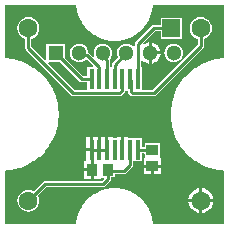
<source format=gbl>
G04*
G04 #@! TF.GenerationSoftware,Altium Limited,Altium Designer,24.4.1 (13)*
G04*
G04 Layer_Physical_Order=2*
G04 Layer_Color=16711680*
%FSLAX44Y44*%
%MOMM*%
G71*
G04*
G04 #@! TF.SameCoordinates,981E6EA0-C3E0-4720-A1E8-73D649FB2924*
G04*
G04*
G04 #@! TF.FilePolarity,Positive*
G04*
G01*
G75*
%ADD15C,0.2540*%
%ADD16C,1.3000*%
%ADD17R,1.3000X1.3000*%
%ADD18C,1.6000*%
%ADD19R,1.5240X1.5240*%
%ADD20R,1.0000X0.9000*%
%ADD21R,0.9000X1.0000*%
%ADD22R,0.4500X1.7000*%
G36*
X-32481Y92240D02*
X-31745Y87588D01*
X-31674Y87396D01*
X-31650Y87192D01*
X-30194Y82713D01*
X-30094Y82534D01*
X-30039Y82338D01*
X-27900Y78141D01*
X-27774Y77980D01*
X-27688Y77794D01*
X-24920Y73984D01*
X-24769Y73845D01*
X-24656Y73675D01*
X-21325Y70344D01*
X-21155Y70230D01*
X-21016Y70080D01*
X-17205Y67312D01*
X-17020Y67226D01*
X-16859Y67099D01*
X-12662Y64961D01*
X-12465Y64905D01*
X-12287Y64805D01*
X-7807Y63350D01*
X-7604Y63326D01*
X-7412Y63255D01*
X-2760Y62518D01*
X-2555Y62526D01*
X-2355Y62486D01*
X2355Y62486D01*
X2556Y62526D01*
X2761Y62518D01*
X7413Y63255D01*
X7605Y63326D01*
X7808Y63350D01*
X12287Y64805D01*
X12466Y64905D01*
X12663Y64961D01*
X16860Y67099D01*
X17020Y67226D01*
X17206Y67312D01*
X21017Y70080D01*
X21156Y70230D01*
X21326Y70344D01*
X24656Y73675D01*
X24770Y73845D01*
X24920Y73984D01*
X27689Y77794D01*
X27775Y77980D01*
X27901Y78141D01*
X30040Y82337D01*
X30095Y82534D01*
X30195Y82713D01*
X31651Y87192D01*
X31675Y87396D01*
X31745Y87588D01*
X32482Y92240D01*
X33747Y92410D01*
X92410D01*
Y48504D01*
X91718Y47482D01*
X85881Y46714D01*
X85719Y46659D01*
X85548Y46648D01*
X79861Y45124D01*
X79708Y45048D01*
X79541Y45015D01*
X74101Y42762D01*
X73959Y42667D01*
X73797Y42612D01*
X68698Y39668D01*
X68570Y39555D01*
X68417Y39480D01*
X63746Y35896D01*
X63633Y35767D01*
X63491Y35672D01*
X59328Y31509D01*
X59233Y31367D01*
X59104Y31254D01*
X55520Y26583D01*
X55445Y26430D01*
X55332Y26302D01*
X52388Y21203D01*
X52333Y21041D01*
X52238Y20899D01*
X49985Y15459D01*
X49952Y15292D01*
X49876Y15139D01*
X48352Y9452D01*
X48341Y9281D01*
X48286Y9119D01*
X47518Y3282D01*
X47529Y3111D01*
X47496Y2944D01*
Y-2944D01*
X47529Y-3111D01*
X47518Y-3282D01*
X48286Y-9119D01*
X48341Y-9281D01*
X48352Y-9452D01*
X49876Y-15139D01*
X49952Y-15292D01*
X49985Y-15459D01*
X52238Y-20899D01*
X52333Y-21041D01*
X52388Y-21203D01*
X55332Y-26302D01*
X55445Y-26430D01*
X55520Y-26583D01*
X59104Y-31254D01*
X59233Y-31367D01*
X59328Y-31509D01*
X63491Y-35672D01*
X63633Y-35767D01*
X63746Y-35896D01*
X68417Y-39480D01*
X68570Y-39555D01*
X68698Y-39668D01*
X73797Y-42612D01*
X73959Y-42667D01*
X74101Y-42762D01*
X79541Y-45015D01*
X79708Y-45048D01*
X79861Y-45124D01*
X85548Y-46648D01*
X85719Y-46659D01*
X85881Y-46714D01*
X91718Y-47482D01*
X92410Y-48504D01*
Y-92410D01*
X33747D01*
X32482Y-92239D01*
X31745Y-87587D01*
X31675Y-87395D01*
X31651Y-87192D01*
X30195Y-82713D01*
X30095Y-82534D01*
X30040Y-82337D01*
X27901Y-78140D01*
X27775Y-77980D01*
X27689Y-77794D01*
X24920Y-73983D01*
X24770Y-73844D01*
X24656Y-73674D01*
X21326Y-70344D01*
X21156Y-70230D01*
X21017Y-70080D01*
X17206Y-67311D01*
X17020Y-67225D01*
X16860Y-67099D01*
X12663Y-64961D01*
X12466Y-64905D01*
X12287Y-64805D01*
X7808Y-63350D01*
X7605Y-63326D01*
X7413Y-63255D01*
X2761Y-62518D01*
X2556Y-62526D01*
X2356Y-62486D01*
X-2355D01*
X-2555Y-62526D01*
X-2760Y-62518D01*
X-7412Y-63255D01*
X-7604Y-63326D01*
X-7807Y-63350D01*
X-12287Y-64805D01*
X-12465Y-64905D01*
X-12662Y-64961D01*
X-16859Y-67099D01*
X-17019Y-67226D01*
X-17205Y-67311D01*
X-21016Y-70080D01*
X-21155Y-70230D01*
X-21325Y-70344D01*
X-24656Y-73674D01*
X-24769Y-73844D01*
X-24920Y-73983D01*
X-27688Y-77794D01*
X-27774Y-77980D01*
X-27900Y-78140D01*
X-30039Y-82337D01*
X-30094Y-82534D01*
X-30194Y-82713D01*
X-31650Y-87192D01*
X-31674Y-87395D01*
X-31745Y-87587D01*
X-32481Y-92239D01*
X-33746Y-92410D01*
X-92410D01*
Y-48504D01*
X-91718Y-47482D01*
X-85881Y-46714D01*
X-85719Y-46659D01*
X-85548Y-46648D01*
X-79861Y-45124D01*
X-79708Y-45048D01*
X-79541Y-45015D01*
X-74101Y-42762D01*
X-73959Y-42667D01*
X-73797Y-42612D01*
X-68698Y-39668D01*
X-68570Y-39555D01*
X-68417Y-39480D01*
X-63746Y-35896D01*
X-63633Y-35767D01*
X-63491Y-35672D01*
X-59328Y-31509D01*
X-59233Y-31367D01*
X-59104Y-31254D01*
X-55520Y-26583D01*
X-55445Y-26430D01*
X-55332Y-26302D01*
X-52388Y-21203D01*
X-52333Y-21041D01*
X-52238Y-20899D01*
X-49985Y-15459D01*
X-49952Y-15292D01*
X-49876Y-15139D01*
X-48352Y-9452D01*
X-48341Y-9281D01*
X-48286Y-9119D01*
X-47518Y-3282D01*
X-47529Y-3111D01*
X-47496Y-2944D01*
Y2944D01*
X-47529Y3111D01*
X-47518Y3282D01*
X-48286Y9119D01*
X-48341Y9281D01*
X-48352Y9452D01*
X-49876Y15139D01*
X-49952Y15292D01*
X-49985Y15459D01*
X-52238Y20899D01*
X-52333Y21041D01*
X-52388Y21203D01*
X-55332Y26302D01*
X-55445Y26430D01*
X-55520Y26583D01*
X-59104Y31254D01*
X-59233Y31367D01*
X-59328Y31509D01*
X-63491Y35672D01*
X-63633Y35767D01*
X-63746Y35896D01*
X-68417Y39480D01*
X-68570Y39555D01*
X-68698Y39668D01*
X-73797Y42612D01*
X-73959Y42667D01*
X-74101Y42762D01*
X-79541Y45015D01*
X-79708Y45048D01*
X-79861Y45124D01*
X-85548Y46648D01*
X-85719Y46659D01*
X-85881Y46714D01*
X-91718Y47482D01*
X-92410Y48504D01*
Y92410D01*
X-33746D01*
X-32481Y92240D01*
D02*
G37*
%LPC*%
G36*
X73000Y82360D02*
X70577Y82041D01*
X68320Y81106D01*
X66381Y79619D01*
X64894Y77680D01*
X63959Y75423D01*
X63640Y73000D01*
X63959Y70577D01*
X64894Y68320D01*
X66381Y66381D01*
X68320Y64894D01*
X70400Y64032D01*
Y59077D01*
X31923Y20600D01*
X23030D01*
Y39780D01*
X22100D01*
Y45360D01*
X23370Y45791D01*
X23553Y45553D01*
X25441Y44104D01*
X27640Y43193D01*
X28730Y43049D01*
Y52000D01*
Y60951D01*
X27640Y60807D01*
X25441Y59896D01*
X25133Y59660D01*
X24294Y60617D01*
X34077Y70400D01*
X39100D01*
Y64100D01*
X56900D01*
Y81900D01*
X39100D01*
Y75600D01*
X33000D01*
X32005Y75402D01*
X31162Y74839D01*
X17661Y61338D01*
X17098Y60495D01*
X16900Y59500D01*
Y57874D01*
X15630Y57443D01*
X15549Y57549D01*
X13924Y58796D01*
X12031Y59580D01*
X10000Y59847D01*
X7969Y59580D01*
X6076Y58796D01*
X4451Y57549D01*
X3204Y55924D01*
X2420Y54031D01*
X2153Y52000D01*
X2420Y49969D01*
X2968Y48645D01*
X-1839Y43838D01*
X-2402Y42995D01*
X-2600Y42000D01*
Y39780D01*
X-3900D01*
Y45670D01*
X-4098Y46665D01*
X-4186Y46797D01*
X-3204Y48076D01*
X-2420Y49969D01*
X-2153Y52000D01*
X-2420Y54031D01*
X-3204Y55924D01*
X-4451Y57549D01*
X-6076Y58796D01*
X-7969Y59580D01*
X-10000Y59847D01*
X-12031Y59580D01*
X-13924Y58796D01*
X-15549Y57549D01*
X-16796Y55924D01*
X-17580Y54031D01*
X-17847Y52000D01*
X-17580Y49969D01*
X-17383Y49494D01*
X-18460Y48775D01*
X-21522Y51837D01*
X-22190Y52284D01*
X-22420Y54031D01*
X-23204Y55924D01*
X-24451Y57549D01*
X-26077Y58796D01*
X-27969Y59580D01*
X-30000Y59847D01*
X-32031Y59580D01*
X-33924Y58796D01*
X-35549Y57549D01*
X-36796Y55924D01*
X-37580Y54031D01*
X-37847Y52000D01*
X-37580Y49969D01*
X-36796Y48076D01*
X-35549Y46451D01*
X-33924Y45204D01*
X-32031Y44420D01*
X-30000Y44153D01*
X-27969Y44420D01*
X-26077Y45204D01*
X-24451Y46451D01*
X-23549Y46510D01*
X-17992Y40953D01*
X-18478Y39780D01*
X-23030D01*
Y32600D01*
X-26923D01*
X-42220Y47897D01*
Y59780D01*
X-57780D01*
Y46116D01*
X-58953Y45630D01*
X-70400Y57077D01*
Y64032D01*
X-68320Y64894D01*
X-66381Y66381D01*
X-64894Y68320D01*
X-63959Y70577D01*
X-63640Y73000D01*
X-63959Y75423D01*
X-64894Y77680D01*
X-66381Y79619D01*
X-68320Y81106D01*
X-70577Y82041D01*
X-73000Y82360D01*
X-75423Y82041D01*
X-77680Y81106D01*
X-79619Y79619D01*
X-81106Y77680D01*
X-82041Y75423D01*
X-82360Y73000D01*
X-82041Y70577D01*
X-81106Y68320D01*
X-79619Y66381D01*
X-77680Y64894D01*
X-75600Y64032D01*
Y56000D01*
X-75402Y55005D01*
X-74839Y54162D01*
X-36839Y16162D01*
X-35995Y15598D01*
X-35000Y15400D01*
X4000D01*
X4995Y15598D01*
X5838Y16162D01*
X7838Y18162D01*
X8402Y19005D01*
X8600Y20000D01*
Y20220D01*
X10946D01*
Y19488D01*
X11144Y18493D01*
X11708Y17649D01*
X13196Y16162D01*
X14039Y15598D01*
X15034Y15400D01*
X33000D01*
X33995Y15598D01*
X34838Y16162D01*
X74839Y56162D01*
X75402Y57005D01*
X75600Y58000D01*
Y64032D01*
X77680Y64894D01*
X79619Y66381D01*
X81106Y68320D01*
X82041Y70577D01*
X82360Y73000D01*
X82041Y75423D01*
X81106Y77680D01*
X79619Y79619D01*
X77680Y81106D01*
X75423Y82041D01*
X73000Y82360D01*
D02*
G37*
G36*
X31270Y60951D02*
Y53270D01*
X38951D01*
X38807Y54360D01*
X37896Y56559D01*
X36447Y58447D01*
X34559Y59896D01*
X32360Y60807D01*
X31270Y60951D01*
D02*
G37*
G36*
X50000Y59847D02*
X47969Y59580D01*
X46076Y58796D01*
X44451Y57549D01*
X43204Y55924D01*
X42420Y54031D01*
X42153Y52000D01*
X42420Y49969D01*
X43204Y48076D01*
X44451Y46451D01*
X46076Y45204D01*
X47969Y44420D01*
X50000Y44153D01*
X52031Y44420D01*
X53924Y45204D01*
X55549Y46451D01*
X56796Y48076D01*
X57580Y49969D01*
X57847Y52000D01*
X57580Y54031D01*
X56796Y55924D01*
X55549Y57549D01*
X53924Y58796D01*
X52031Y59580D01*
X50000Y59847D01*
D02*
G37*
G36*
X38951Y50730D02*
X31270D01*
Y43049D01*
X32360Y43193D01*
X34559Y44104D01*
X36447Y45553D01*
X37896Y47441D01*
X38807Y49640D01*
X38951Y50730D01*
D02*
G37*
G36*
X-20770Y-18960D02*
X-24290D01*
Y-28730D01*
X-20770D01*
Y-18960D01*
D02*
G37*
G36*
X11290D02*
X7770D01*
Y-30000D01*
X5230D01*
Y-18960D01*
X1710D01*
Y-20220D01*
X-1710D01*
Y-18960D01*
X-5230D01*
Y-30000D01*
X-7770D01*
Y-18960D01*
X-11730D01*
Y-30000D01*
X-14270D01*
Y-18960D01*
X-18230D01*
Y-30000D01*
X-19500D01*
Y-31270D01*
X-24290D01*
Y-39460D01*
X-25790D01*
Y-45730D01*
X-18750D01*
Y-47000D01*
X-17480D01*
Y-54540D01*
X-11710D01*
Y-54268D01*
X-11030Y-53280D01*
X-9616D01*
X-9130Y-54453D01*
X-11077Y-56400D01*
X-59000D01*
X-59995Y-56598D01*
X-60838Y-57162D01*
X-68497Y-64820D01*
X-70577Y-63959D01*
X-73000Y-63640D01*
X-75423Y-63959D01*
X-77680Y-64894D01*
X-79619Y-66381D01*
X-81106Y-68320D01*
X-82041Y-70577D01*
X-82360Y-73000D01*
X-82041Y-75423D01*
X-81106Y-77680D01*
X-79619Y-79619D01*
X-77680Y-81106D01*
X-75423Y-82041D01*
X-73000Y-82360D01*
X-70577Y-82041D01*
X-68320Y-81106D01*
X-66381Y-79619D01*
X-64894Y-77680D01*
X-63959Y-75423D01*
X-63640Y-73000D01*
X-63959Y-70577D01*
X-64820Y-68497D01*
X-57923Y-61600D01*
X-10000D01*
X-9005Y-61402D01*
X-8162Y-60838D01*
X-3484Y-56161D01*
X-2920Y-55317D01*
X-2722Y-54322D01*
Y-53280D01*
X530D01*
Y-50600D01*
X8000D01*
X8995Y-50402D01*
X9839Y-49839D01*
X14838Y-44839D01*
X15402Y-43995D01*
X15600Y-43000D01*
Y-39780D01*
X23030D01*
Y-32600D01*
X24822D01*
X25720Y-33498D01*
X25720Y-36030D01*
X24732Y-36710D01*
X24460D01*
Y-42480D01*
X32000D01*
X39540D01*
Y-36710D01*
X39268D01*
X38280Y-36030D01*
X38280Y-35440D01*
Y-24470D01*
X25720D01*
Y-27400D01*
X23030D01*
Y-20220D01*
X11290D01*
Y-18960D01*
D02*
G37*
G36*
X39540Y-45020D02*
X33270D01*
Y-50790D01*
X39540D01*
Y-45020D01*
D02*
G37*
G36*
X30730D02*
X24460D01*
Y-50790D01*
X30730D01*
Y-45020D01*
D02*
G37*
G36*
X-20020Y-48270D02*
X-25790D01*
Y-54540D01*
X-20020D01*
Y-48270D01*
D02*
G37*
G36*
X74270Y-62536D02*
Y-71730D01*
X83464D01*
X83269Y-70248D01*
X82207Y-67684D01*
X80517Y-65483D01*
X78316Y-63793D01*
X75752Y-62731D01*
X74270Y-62536D01*
D02*
G37*
G36*
X71730D02*
X70248Y-62731D01*
X67684Y-63793D01*
X65483Y-65483D01*
X63793Y-67684D01*
X62731Y-70248D01*
X62536Y-71730D01*
X71730D01*
Y-62536D01*
D02*
G37*
G36*
X83464Y-74270D02*
X74270D01*
Y-83464D01*
X75752Y-83269D01*
X78316Y-82207D01*
X80517Y-80517D01*
X82207Y-78316D01*
X83269Y-75752D01*
X83464Y-74270D01*
D02*
G37*
G36*
X71730D02*
X62536D01*
X62731Y-75752D01*
X63793Y-78316D01*
X65483Y-80517D01*
X67684Y-82207D01*
X70248Y-83269D01*
X71730Y-83464D01*
Y-74270D01*
D02*
G37*
%LPD*%
G36*
X-29839Y28162D02*
X-28995Y27598D01*
X-28000Y27400D01*
X-23030D01*
Y20600D01*
X-33923D01*
X-56370Y43047D01*
X-55884Y44220D01*
X-45897D01*
X-29839Y28162D01*
D02*
G37*
D15*
X33000Y73000D02*
X46000D01*
X19500Y59500D02*
X33000Y73000D01*
X19500Y30000D02*
Y59500D01*
X13000Y30000D02*
X13546Y29454D01*
Y19488D02*
X15034Y18000D01*
X13546Y19488D02*
Y29454D01*
X15034Y18000D02*
X33000D01*
X73000Y58000D01*
Y73000D01*
X6000Y29500D02*
X6500Y30000D01*
X-73000Y56000D02*
X-35000Y18000D01*
X-73000Y56000D02*
Y73000D01*
X-35000Y18000D02*
X4000D01*
X6000Y20000D01*
Y29500D01*
X19500Y-30000D02*
X31750D01*
X32000Y-30250D01*
X-13000Y-30000D02*
X-6500D01*
X-19500D02*
X-13000D01*
X-19500D02*
X-18750Y-30750D01*
Y-47000D02*
Y-30750D01*
X-73000Y-73000D02*
X-59000Y-59000D01*
X-10000D01*
X-5322Y-54322D01*
Y-47072D01*
X-5250Y-47000D01*
X-4250Y-48000D02*
X8000D01*
X-5250Y-47000D02*
X-4250Y-48000D01*
X13000Y-43000D02*
Y-30000D01*
X8000Y-48000D02*
X13000Y-43000D01*
X-50000Y52000D02*
X-28000Y30000D01*
X-19500D01*
X-27999Y49999D02*
X-23361D01*
X-30000Y52000D02*
X-27999Y49999D01*
X-23361D02*
X-13440Y40078D01*
X-0Y30000D02*
Y42000D01*
X10000Y52000D01*
X-10000Y49170D02*
Y52000D01*
X-6500Y30000D02*
Y45670D01*
X-10000Y49170D02*
X-6500Y45670D01*
X-13440Y30440D02*
Y40078D01*
Y30440D02*
X-13000Y30000D01*
D16*
X-10000Y52000D02*
D03*
X-30000D02*
D03*
X10000D02*
D03*
X30000D02*
D03*
X50000D02*
D03*
D17*
X-50000D02*
D03*
D18*
X73000Y-73000D02*
D03*
X-73000Y73000D02*
D03*
X73000D02*
D03*
X-73000Y-73000D02*
D03*
D19*
X48000Y73000D02*
D03*
D20*
X32000Y-30250D02*
D03*
Y-43750D02*
D03*
D21*
X-5250Y-47000D02*
D03*
X-18750D02*
D03*
D22*
X-19500Y30000D02*
D03*
X-13000D02*
D03*
X-6500D02*
D03*
X-0D02*
D03*
X6500D02*
D03*
X13000D02*
D03*
X19500D02*
D03*
X-19500Y-30000D02*
D03*
X-13000D02*
D03*
X-6500D02*
D03*
X-0D02*
D03*
X6500D02*
D03*
X13000D02*
D03*
X19500D02*
D03*
M02*

</source>
